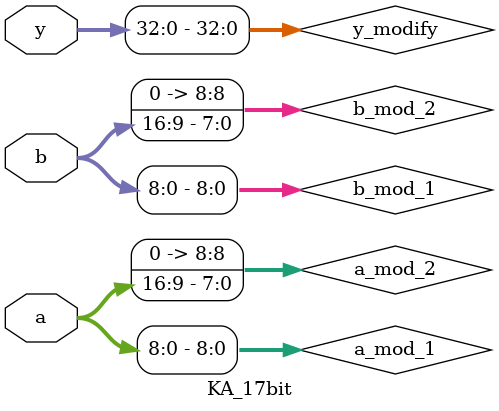
<source format=v>
`timescale 1ns / 1ps

module KA_17bit(
    a,
    b,
    y
    );

input [16:0] a;
input [16:0] b;

input [32:0] y;


wire [8:0] a_mod_1; //9
wire [8:0] b_mod_1; //9
wire [16:0] y_mod_1;  //17

wire [8:0] a_mod_2; //9
wire [8:0] b_mod_2; //9
wire [16:0] y_mod_2; //17

wire [8:0] a_mod_3; //9
wire [8:0] b_mod_3; //9
wire [16:0] y_mod_3; //17

wire [16:0] B1_out1, B1_out2, B1_out3;

wire [34:0] y_modify;


KA_9bit bit_mod_1 (.y(y_mod_1), .a(a_mod_1), .b(b_mod_1));
KA_9bit bit_mod_2 (.y(y_mod_2), .a(a_mod_2), .b(b_mod_2));
KA_9bit bit_mod_3 (.y(y_mod_3), .a(a_mod_3), .b(b_mod_3));

assign a_mod_1 = a[8:0], b_mod_1 = b[8:0];

assign a_mod_2 = {1'b0,a[16:9]}, b_mod_2 = {1'b0,b[16:9]};

assign a_mod_3 = a[8:0]^{1'b0,a[16:9]}, b_mod_3 = b[8:0]^{1'b0,b[16:9]};



assign B1_out1 = y_mod_1;

assign B1_out2 = y_mod_1 ^ y_mod_2 ^ y_mod_3 ;

assign B1_out3 = y_mod_2;


overlap_module_17bit ov_mod (
        .B2_in1(B1_out1),
        .B2_in2(B1_out2),
        .B2_in3(B1_out3),
        .B2_out(y_modify)
        );

assign y = y_modify[32:0];

endmodule
</source>
